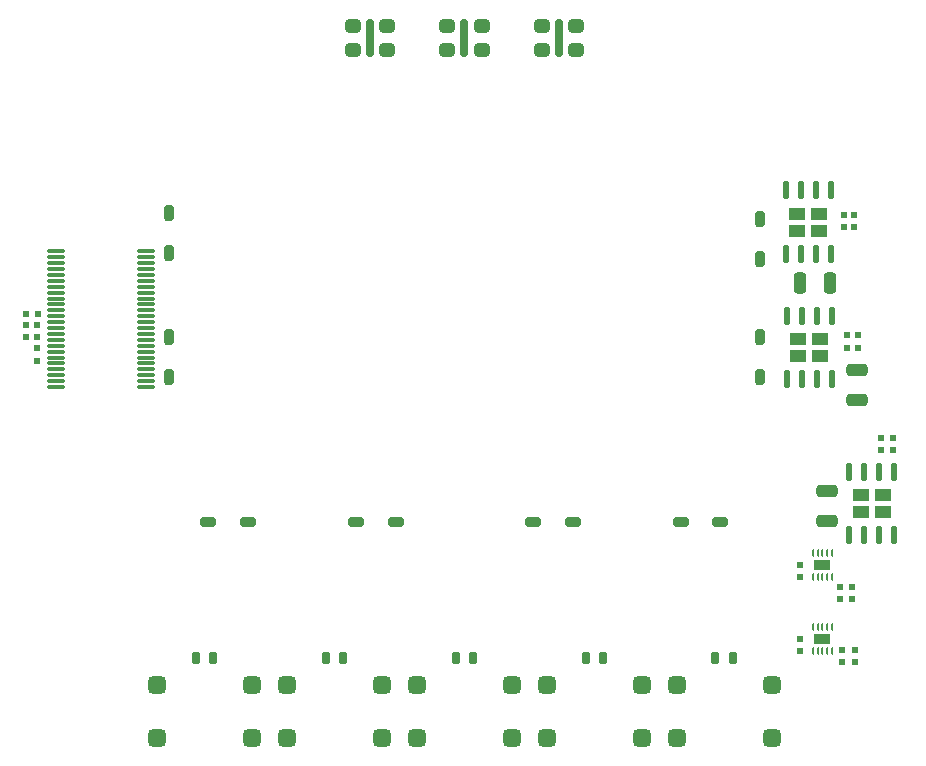
<source format=gtp>
G04*
G04 #@! TF.GenerationSoftware,Altium Limited,CircuitStudio,1.5.2 (30)*
G04*
G04 Layer_Color=7318015*
%FSLAX25Y25*%
%MOIN*%
G70*
G01*
G75*
%ADD41R,0.05709X0.03937*%
G04:AMPARAMS|DCode=42|XSize=60.63mil|YSize=23.23mil|CornerRadius=5.71mil|HoleSize=0mil|Usage=FLASHONLY|Rotation=270.000|XOffset=0mil|YOffset=0mil|HoleType=Round|Shape=RoundedRectangle|*
%AMROUNDEDRECTD42*
21,1,0.06063,0.01181,0,0,270.0*
21,1,0.04921,0.02323,0,0,270.0*
1,1,0.01142,-0.00591,-0.02461*
1,1,0.01142,-0.00591,0.02461*
1,1,0.01142,0.00591,0.02461*
1,1,0.01142,0.00591,-0.02461*
%
%ADD42ROUNDEDRECTD42*%
G04:AMPARAMS|DCode=43|XSize=23.61mil|YSize=7.61mil|CornerRadius=1.8mil|HoleSize=0mil|Usage=FLASHONLY|Rotation=90.000|XOffset=0mil|YOffset=0mil|HoleType=Round|Shape=RoundedRectangle|*
%AMROUNDEDRECTD43*
21,1,0.02361,0.00400,0,0,90.0*
21,1,0.02000,0.00761,0,0,90.0*
1,1,0.00361,0.00200,0.01000*
1,1,0.00361,0.00200,-0.01000*
1,1,0.00361,-0.00200,-0.01000*
1,1,0.00361,-0.00200,0.01000*
%
%ADD43ROUNDEDRECTD43*%
%ADD44R,0.05661X0.03661*%
G04:AMPARAMS|DCode=45|XSize=23.23mil|YSize=23.23mil|CornerRadius=5.71mil|HoleSize=0mil|Usage=FLASHONLY|Rotation=0.000|XOffset=0mil|YOffset=0mil|HoleType=Round|Shape=RoundedRectangle|*
%AMROUNDEDRECTD45*
21,1,0.02323,0.01181,0,0,0.0*
21,1,0.01181,0.02323,0,0,0.0*
1,1,0.01142,0.00591,-0.00591*
1,1,0.01142,-0.00591,-0.00591*
1,1,0.01142,-0.00591,0.00591*
1,1,0.01142,0.00591,0.00591*
%
%ADD45ROUNDEDRECTD45*%
G04:AMPARAMS|DCode=46|XSize=23.23mil|YSize=23.23mil|CornerRadius=5.71mil|HoleSize=0mil|Usage=FLASHONLY|Rotation=90.000|XOffset=0mil|YOffset=0mil|HoleType=Round|Shape=RoundedRectangle|*
%AMROUNDEDRECTD46*
21,1,0.02323,0.01181,0,0,90.0*
21,1,0.01181,0.02323,0,0,90.0*
1,1,0.01142,0.00591,0.00591*
1,1,0.01142,0.00591,-0.00591*
1,1,0.01142,-0.00591,-0.00591*
1,1,0.01142,-0.00591,0.00591*
%
%ADD46ROUNDEDRECTD46*%
G04:AMPARAMS|DCode=47|XSize=52.76mil|YSize=31.1mil|CornerRadius=7.68mil|HoleSize=0mil|Usage=FLASHONLY|Rotation=0.000|XOffset=0mil|YOffset=0mil|HoleType=Round|Shape=RoundedRectangle|*
%AMROUNDEDRECTD47*
21,1,0.05276,0.01575,0,0,0.0*
21,1,0.03740,0.03110,0,0,0.0*
1,1,0.01535,0.01870,-0.00787*
1,1,0.01535,-0.01870,-0.00787*
1,1,0.01535,-0.01870,0.00787*
1,1,0.01535,0.01870,0.00787*
%
%ADD47ROUNDEDRECTD47*%
G04:AMPARAMS|DCode=48|XSize=52.76mil|YSize=31.1mil|CornerRadius=7.68mil|HoleSize=0mil|Usage=FLASHONLY|Rotation=270.000|XOffset=0mil|YOffset=0mil|HoleType=Round|Shape=RoundedRectangle|*
%AMROUNDEDRECTD48*
21,1,0.05276,0.01575,0,0,270.0*
21,1,0.03740,0.03110,0,0,270.0*
1,1,0.01535,-0.00787,-0.01870*
1,1,0.01535,-0.00787,0.01870*
1,1,0.01535,0.00787,0.01870*
1,1,0.01535,0.00787,-0.01870*
%
%ADD48ROUNDEDRECTD48*%
G04:AMPARAMS|DCode=49|XSize=29.13mil|YSize=38.98mil|CornerRadius=7.19mil|HoleSize=0mil|Usage=FLASHONLY|Rotation=0.000|XOffset=0mil|YOffset=0mil|HoleType=Round|Shape=RoundedRectangle|*
%AMROUNDEDRECTD49*
21,1,0.02913,0.02461,0,0,0.0*
21,1,0.01476,0.03898,0,0,0.0*
1,1,0.01437,0.00738,-0.01230*
1,1,0.01437,-0.00738,-0.01230*
1,1,0.01437,-0.00738,0.01230*
1,1,0.01437,0.00738,0.01230*
%
%ADD49ROUNDEDRECTD49*%
G04:AMPARAMS|DCode=50|XSize=58.66mil|YSize=58.66mil|CornerRadius=14.57mil|HoleSize=0mil|Usage=FLASHONLY|Rotation=180.000|XOffset=0mil|YOffset=0mil|HoleType=Round|Shape=RoundedRectangle|*
%AMROUNDEDRECTD50*
21,1,0.05866,0.02953,0,0,180.0*
21,1,0.02953,0.05866,0,0,180.0*
1,1,0.02913,-0.01476,0.01476*
1,1,0.02913,0.01476,0.01476*
1,1,0.02913,0.01476,-0.01476*
1,1,0.02913,-0.01476,-0.01476*
%
%ADD50ROUNDEDRECTD50*%
G04:AMPARAMS|DCode=51|XSize=27.17mil|YSize=125.59mil|CornerRadius=6.69mil|HoleSize=0mil|Usage=FLASHONLY|Rotation=180.000|XOffset=0mil|YOffset=0mil|HoleType=Round|Shape=RoundedRectangle|*
%AMROUNDEDRECTD51*
21,1,0.02717,0.11221,0,0,180.0*
21,1,0.01378,0.12559,0,0,180.0*
1,1,0.01339,-0.00689,0.05610*
1,1,0.01339,0.00689,0.05610*
1,1,0.01339,0.00689,-0.05610*
1,1,0.01339,-0.00689,-0.05610*
%
%ADD51ROUNDEDRECTD51*%
G04:AMPARAMS|DCode=52|XSize=50.79mil|YSize=44.88mil|CornerRadius=11.12mil|HoleSize=0mil|Usage=FLASHONLY|Rotation=0.000|XOffset=0mil|YOffset=0mil|HoleType=Round|Shape=RoundedRectangle|*
%AMROUNDEDRECTD52*
21,1,0.05079,0.02264,0,0,0.0*
21,1,0.02854,0.04488,0,0,0.0*
1,1,0.02224,0.01427,-0.01132*
1,1,0.02224,-0.01427,-0.01132*
1,1,0.02224,-0.01427,0.01132*
1,1,0.02224,0.01427,0.01132*
%
%ADD52ROUNDEDRECTD52*%
G04:AMPARAMS|DCode=53|XSize=40.95mil|YSize=70.47mil|CornerRadius=10.14mil|HoleSize=0mil|Usage=FLASHONLY|Rotation=0.000|XOffset=0mil|YOffset=0mil|HoleType=Round|Shape=RoundedRectangle|*
%AMROUNDEDRECTD53*
21,1,0.04095,0.05020,0,0,0.0*
21,1,0.02067,0.07047,0,0,0.0*
1,1,0.02028,0.01034,-0.02510*
1,1,0.02028,-0.01034,-0.02510*
1,1,0.02028,-0.01034,0.02510*
1,1,0.02028,0.01034,0.02510*
%
%ADD53ROUNDEDRECTD53*%
G04:AMPARAMS|DCode=54|XSize=40.95mil|YSize=70.47mil|CornerRadius=10.14mil|HoleSize=0mil|Usage=FLASHONLY|Rotation=90.000|XOffset=0mil|YOffset=0mil|HoleType=Round|Shape=RoundedRectangle|*
%AMROUNDEDRECTD54*
21,1,0.04095,0.05020,0,0,90.0*
21,1,0.02067,0.07047,0,0,90.0*
1,1,0.02028,0.02510,0.01034*
1,1,0.02028,0.02510,-0.01034*
1,1,0.02028,-0.02510,-0.01034*
1,1,0.02028,-0.02510,0.01034*
%
%ADD54ROUNDEDRECTD54*%
G04:AMPARAMS|DCode=55|XSize=58.66mil|YSize=10.63mil|CornerRadius=2.56mil|HoleSize=0mil|Usage=FLASHONLY|Rotation=0.000|XOffset=0mil|YOffset=0mil|HoleType=Round|Shape=RoundedRectangle|*
%AMROUNDEDRECTD55*
21,1,0.05866,0.00551,0,0,0.0*
21,1,0.05354,0.01063,0,0,0.0*
1,1,0.00512,0.02677,-0.00276*
1,1,0.00512,-0.02677,-0.00276*
1,1,0.00512,-0.02677,0.00276*
1,1,0.00512,0.02677,0.00276*
%
%ADD55ROUNDEDRECTD55*%
D41*
X118602Y31496D02*
D03*
X111319D02*
D03*
Y25984D02*
D03*
X118602D02*
D03*
X139469Y-20472D02*
D03*
X132185D02*
D03*
Y-25984D02*
D03*
X139469D02*
D03*
X118209Y73228D02*
D03*
X110925D02*
D03*
Y67716D02*
D03*
X118209D02*
D03*
D42*
X122461Y39370D02*
D03*
X117461D02*
D03*
X112461D02*
D03*
X107461D02*
D03*
Y18110D02*
D03*
X112461D02*
D03*
X117461D02*
D03*
X122461D02*
D03*
X143327Y-12598D02*
D03*
X138327D02*
D03*
X133327D02*
D03*
X128327D02*
D03*
Y-33858D02*
D03*
X133327D02*
D03*
X138327D02*
D03*
X143327D02*
D03*
X122067Y81102D02*
D03*
X117067D02*
D03*
X112067D02*
D03*
X107067D02*
D03*
Y59842D02*
D03*
X112067D02*
D03*
X117067D02*
D03*
X122067D02*
D03*
D43*
X116142Y-72554D02*
D03*
X117717D02*
D03*
X119291D02*
D03*
X120866D02*
D03*
X122441D02*
D03*
X122441Y-64454D02*
D03*
X120866D02*
D03*
X119291D02*
D03*
X117717D02*
D03*
X116142D02*
D03*
X116142Y-47751D02*
D03*
X117717D02*
D03*
X119291D02*
D03*
X120866D02*
D03*
X122441D02*
D03*
X122441Y-39651D02*
D03*
X120866D02*
D03*
X119291D02*
D03*
X117717D02*
D03*
X116142D02*
D03*
D44*
X119291Y-68504D02*
D03*
Y-43701D02*
D03*
D45*
X130020Y-75984D02*
D03*
X125886D02*
D03*
X130020Y-72047D02*
D03*
X125886D02*
D03*
X-142028Y39764D02*
D03*
X-146161D02*
D03*
X129232Y-55118D02*
D03*
X125098D02*
D03*
X129232Y-51181D02*
D03*
X125098D02*
D03*
X143012Y-5512D02*
D03*
X138878D02*
D03*
X143012Y-1575D02*
D03*
X138878D02*
D03*
D46*
X-146063Y36319D02*
D03*
Y32185D02*
D03*
X-142520D02*
D03*
Y36319D02*
D03*
Y28445D02*
D03*
Y24311D02*
D03*
X111811Y-72539D02*
D03*
Y-68405D02*
D03*
Y-47736D02*
D03*
Y-43602D02*
D03*
X129921Y72933D02*
D03*
Y68799D02*
D03*
X126378Y72933D02*
D03*
Y68799D02*
D03*
X127559Y32776D02*
D03*
Y28642D02*
D03*
X131102Y32776D02*
D03*
Y28642D02*
D03*
D47*
X-85335Y-29528D02*
D03*
X-72146D02*
D03*
X-22933D02*
D03*
X-36122D02*
D03*
X22933D02*
D03*
X36122D02*
D03*
X85335D02*
D03*
X72146D02*
D03*
D48*
X98425Y71555D02*
D03*
Y58366D02*
D03*
Y18996D02*
D03*
Y32185D02*
D03*
X-98425Y60335D02*
D03*
Y73524D02*
D03*
Y32185D02*
D03*
Y18996D02*
D03*
D49*
X83661Y-74803D02*
D03*
X89567D02*
D03*
X40354D02*
D03*
X46260D02*
D03*
X-2953D02*
D03*
X2953D02*
D03*
X-46260D02*
D03*
X-40354D02*
D03*
X-89567D02*
D03*
X-83661D02*
D03*
D50*
X70866Y-83661D02*
D03*
X102362D02*
D03*
Y-101378D02*
D03*
X70866D02*
D03*
X27559Y-83661D02*
D03*
X59055D02*
D03*
Y-101378D02*
D03*
X27559D02*
D03*
X-15748Y-83661D02*
D03*
X15748D02*
D03*
Y-101378D02*
D03*
X-15748D02*
D03*
X-59055Y-83661D02*
D03*
X-27559D02*
D03*
Y-101378D02*
D03*
X-59055D02*
D03*
X-102362Y-83661D02*
D03*
X-70866D02*
D03*
Y-101378D02*
D03*
X-102362D02*
D03*
D51*
X31496Y131890D02*
D03*
X0D02*
D03*
X-31496D02*
D03*
D52*
X37303Y127854D02*
D03*
Y135925D02*
D03*
X25689Y127854D02*
D03*
Y135925D02*
D03*
X5807Y127854D02*
D03*
Y135925D02*
D03*
X-5807Y127854D02*
D03*
Y135925D02*
D03*
X-25689Y127854D02*
D03*
Y135925D02*
D03*
X-37303Y127854D02*
D03*
Y135925D02*
D03*
D53*
X111909Y50394D02*
D03*
X121949D02*
D03*
D54*
X130709Y11122D02*
D03*
Y21161D02*
D03*
X120866Y-29035D02*
D03*
Y-18996D02*
D03*
D55*
X-136221Y60827D02*
D03*
Y58858D02*
D03*
Y56890D02*
D03*
Y54921D02*
D03*
Y52953D02*
D03*
Y50984D02*
D03*
Y49016D02*
D03*
Y47047D02*
D03*
Y45079D02*
D03*
Y43110D02*
D03*
Y41142D02*
D03*
Y39173D02*
D03*
Y37205D02*
D03*
Y35236D02*
D03*
Y33268D02*
D03*
Y31299D02*
D03*
Y29331D02*
D03*
Y27362D02*
D03*
Y25394D02*
D03*
Y23425D02*
D03*
Y21457D02*
D03*
Y19488D02*
D03*
Y17520D02*
D03*
Y15551D02*
D03*
X-106299D02*
D03*
Y17520D02*
D03*
Y19488D02*
D03*
Y21457D02*
D03*
Y23425D02*
D03*
Y25394D02*
D03*
Y27362D02*
D03*
Y29331D02*
D03*
Y31299D02*
D03*
Y33268D02*
D03*
Y35236D02*
D03*
Y37205D02*
D03*
Y39173D02*
D03*
Y41142D02*
D03*
Y43110D02*
D03*
Y45079D02*
D03*
Y47047D02*
D03*
Y49016D02*
D03*
Y50984D02*
D03*
Y52953D02*
D03*
Y54921D02*
D03*
Y56890D02*
D03*
Y58858D02*
D03*
Y60827D02*
D03*
M02*

</source>
